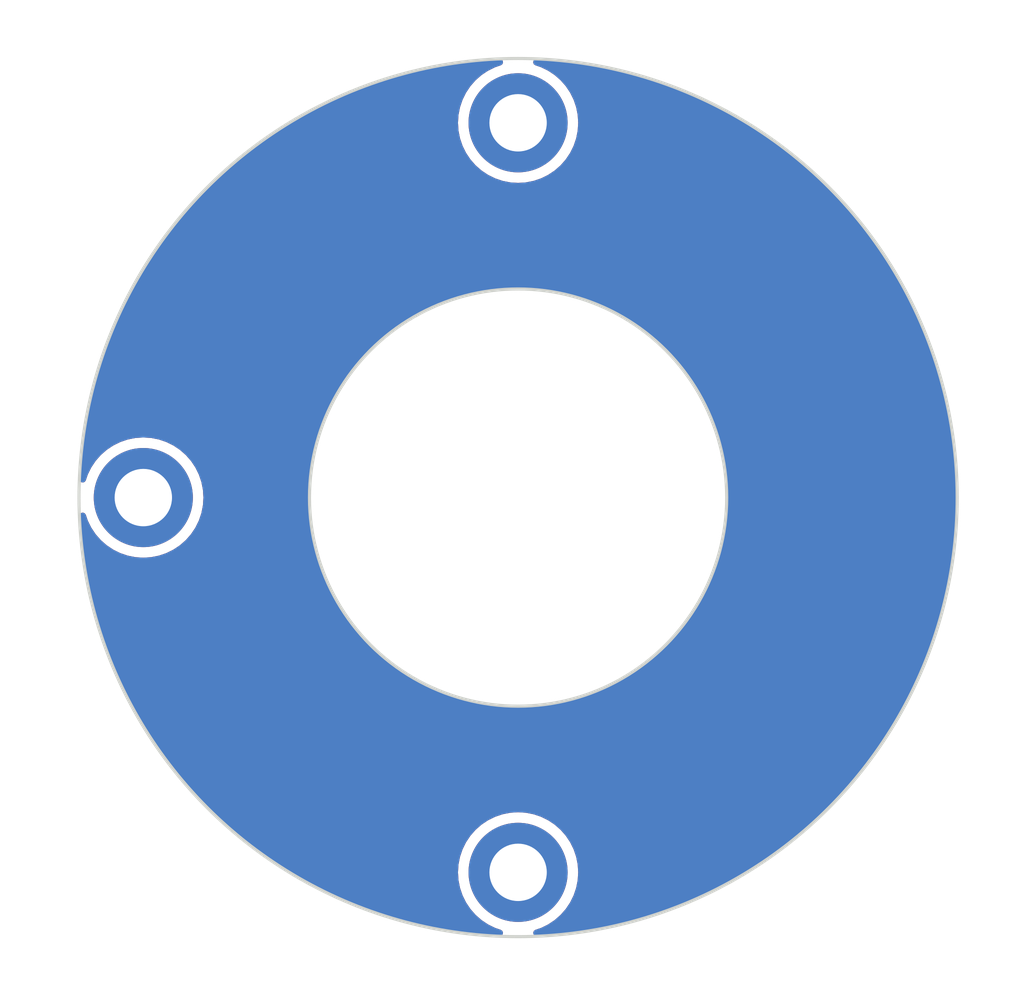
<source format=kicad_pcb>
(kicad_pcb (version 20221018) (generator pcbnew)
  (layers (0 "F.Cu" signal) (31 "B.Cu" signal) (34 "B.Paste" user) (35 "F.Paste" user) (36 "B.SilkS" user "B.Silkscreen") (37 "F.SilkS" user "F.Silkscreen") (38 "B.Mask" user) (39 "F.Mask" user) (44 "Edge.Cuts" user))
  (net 0 "")
  (footprint "DreaM117er-keebLibrary:Joystick_NSJoy-con" (layer "F.Cu") (at 79.577926 58.990881)
    (fp_text reference "K26" hide)
    (fp_text value "NS Joy-con" hide)
    (fp_circle (center -0.00025 -0.00025) (end 7.99975 -0.00025) (stroke (width 0.12)) (fill none) (layer "Edge.Cuts"))
    (fp_circle (center -0.00025 -0.00025) (end 16.83773 -0.00025) (stroke (width 0.12)) (fill none) (layer "Edge.Cuts"))
    (pad "" np_thru_hole circle (at -14.372 0) (size 3.8 3.8) (drill 2.2) (layers "F&B.Cu" "*.Mask"))
    (pad "" np_thru_hole circle (at 0 -14.372) (size 3.8 3.8) (drill 2.2) (layers "F&B.Cu" "*.Mask"))
    (pad "" np_thru_hole circle (at 0 14.372) (size 3.8 3.8) (drill 2.2) (layers "F&B.Cu" "*.Mask"))
  )
  (zone (net 0) (net_name "") (layers "F&B.Cu") (connect_pads (clearance 0.4)) (min_thickness 0.25) (fill yes (thermal_gap 0.5) (thermal_bridge_width 0.5) (island_removal_mode 1) (island_area_min 10))
    (polygon (pts (xy 59.8 39.91) (xy 59.71 78.37) (xy 98.98 78.37) (xy 98.71 40)))
  )
)
</source>
